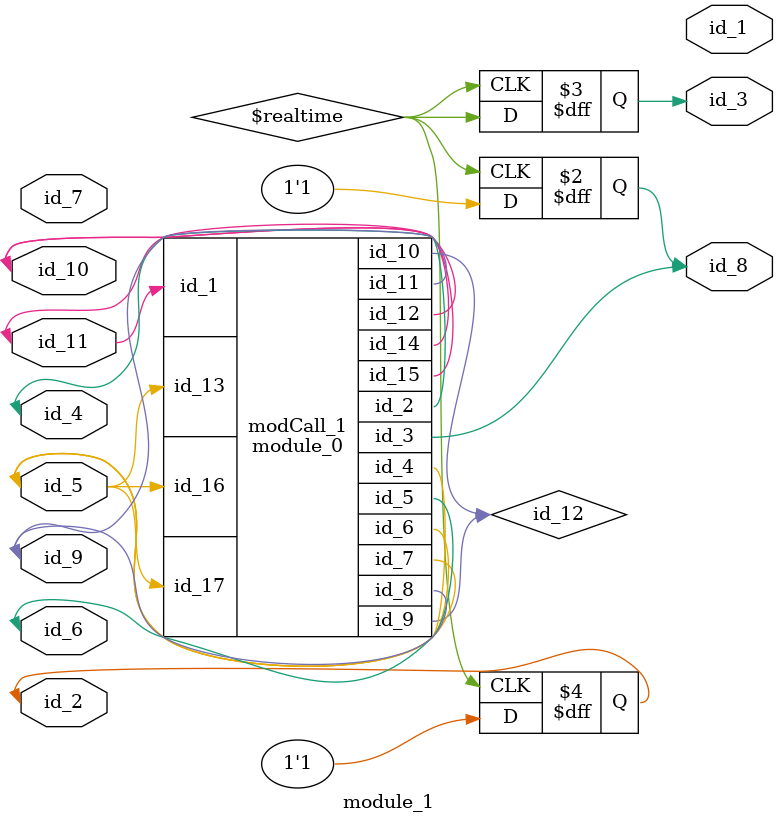
<source format=v>
module module_0 (
    id_1,
    id_2,
    id_3,
    id_4,
    id_5,
    id_6,
    id_7,
    id_8,
    id_9,
    id_10,
    id_11,
    id_12,
    id_13,
    id_14,
    id_15,
    id_16,
    id_17
);
  input wire id_17;
  input wire id_16;
  inout wire id_15;
  inout wire id_14;
  input wire id_13;
  inout wire id_12;
  inout wire id_11;
  inout wire id_10;
  output wire id_9;
  inout wire id_8;
  inout wire id_7;
  inout wire id_6;
  output wire id_5;
  output wire id_4;
  output wire id_3;
  output wire id_2;
  input wire id_1;
  assign id_3 = id_16;
  wire id_18;
endmodule
module module_1 (
    id_1,
    id_2,
    id_3,
    id_4,
    id_5,
    id_6,
    id_7,
    id_8,
    id_9,
    id_10,
    id_11
);
  inout wire id_11;
  inout wire id_10;
  inout wire id_9;
  output wire id_8;
  input wire id_7;
  inout wire id_6;
  inout wire id_5;
  inout wire id_4;
  output wire id_3;
  inout wire id_2;
  output wire id_1;
  wire id_12;
  module_0 modCall_1 (
      id_11,
      id_4,
      id_8,
      id_5,
      id_6,
      id_5,
      id_5,
      id_9,
      id_12,
      id_12,
      id_9,
      id_10,
      id_5,
      id_10,
      id_11,
      id_5,
      id_5
  );
  wire id_13, id_14, id_15, id_16;
  always @(posedge $realtime) begin : LABEL_0
    id_3 = $realtime;
    id_8 = -1;
    id_2 <= -1;
  end
  wire id_17;
endmodule

</source>
